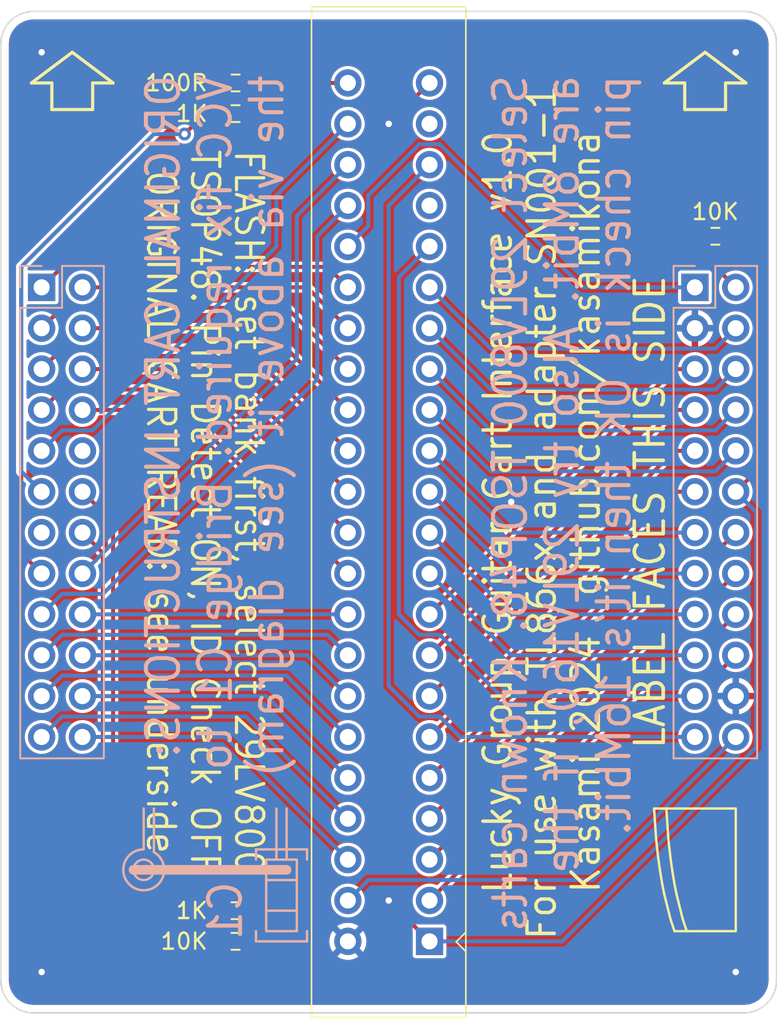
<source format=kicad_pcb>
(kicad_pcb (version 20221018) (generator pcbnew)
  (title_block (rev "1.0"))
  (layers (0 "F.Cu" signal) (31 "B.Cu" signal) (34 "B.Paste" user) (35 "F.Paste" user) (36 "B.SilkS" user "B.Silkscreen") (37 "F.SilkS" user "F.Silkscreen") (38 "B.Mask" user) (39 "F.Mask" user) (44 "Edge.Cuts" user))
  (net 0 "")
  (net 1 "/A15")
  (net 2 "/A14")
  (net 3 "/A13")
  (net 4 "/A12")
  (net 5 "/A11")
  (net 6 "/A10")
  (net 7 "/A9")
  (net 8 "/A8")
  (net 9 "/A19")
  (net 10 "/A20")
  (net 11 "/WE")
  (net 12 "/RESET")
  (net 13 "/A21")
  (net 14 "/WPACC")
  (net 15 "/RYBY")
  (net 16 "/A18")
  (net 17 "/A17")
  (net 18 "/A7")
  (net 19 "/A6")
  (net 20 "/A5")
  (net 21 "/A4")
  (net 22 "/A3")
  (net 23 "/A2")
  (net 24 "/A1")
  (net 25 "/A16")
  (net 26 "/BYTE")
  (net 27 "/GND")
  (net 28 "/D15")
  (net 29 "/D7")
  (net 30 "/D14")
  (net 31 "/D6")
  (net 32 "/D13")
  (net 33 "/D5")
  (net 34 "/D12")
  (net 35 "/D4")
  (net 36 "/VCC")
  (net 37 "/D11")
  (net 38 "/D3")
  (net 39 "/D10")
  (net 40 "/D2")
  (net 41 "/D9")
  (net 42 "/D1")
  (net 43 "/D8")
  (net 44 "/D0")
  (net 45 "/OE")
  (net 46 "/CE")
  (net 47 "/A0")
  (net 49 "/F_WE")
  (net 50 "/F_RYBY")
  (footprint "Resistor_SMD:R_0603_1608Metric_Pad0.98x0.95mm_HandSolder" (layer "F.Cu") (at 29.845 73.66)
    (fp_text reference "R4" hide)
    (fp_text value "10K" (at -1.651 0 180) (layer "F.SilkS") (effects (justify right)))
    (fp_line (start -0.254724 -0.5225) (end 0.254724 -0.5225) (stroke (width 0.12)) (layer "F.SilkS"))
    (fp_line (start -0.254724 0.5225) (end 0.254724 0.5225) (stroke (width 0.12)) (layer "F.SilkS"))
    (pad "1" smd roundrect (at -0.9125 0) (size 0.975 0.95) (layers "F.Cu" "F.Paste" "F.Mask") (net 14 "/WPACC"))
    (pad "2" smd roundrect (at 0.9125 0) (size 0.975 0.95) (layers "F.Cu" "F.Paste" "F.Mask") (net 27 "/GND"))
  )
  (footprint "CartParts:TE_Standard-Edge-II_44P" (layer "F.Cu") (at 39.37 46.99 90)
    (fp_text reference "J3" hide)
    (fp_text value "EdgeConn")
    (fp_line (start -27.3 4.8) (end -26.7 4.2) (stroke (width 0.1)) (layer "F.SilkS"))
    (fp_line (start -26.7 4.2) (end -26.1 4.8) (stroke (width 0.1)) (layer "F.SilkS"))
    (fp_rect (start -31.4 -4.8) (end 31.4 4.8) (stroke (width 0.1)) (fill none) (layer "F.SilkS"))
    (pad "1" thru_hole rect (at -26.67 2.54 90) (size 1.7 1.7) (drill 1) (layers "*.Cu" "*.Mask") (net 36 "/VCC"))
    (pad "2" thru_hole circle (at -26.67 -2.54 90) (size 1.7 1.7) (drill 1) (layers "*.Cu" "*.Mask") (net 27 "/GND"))
    (pad "3" thru_hole circle (at -24.13 2.54 90) (size 1.7 1.7) (drill 1) (layers "*.Cu" "*.Mask") (net 44 "/D0"))
    (pad "4" thru_hole circle (at -24.13 -2.54 90) (size 1.7 1.7) (drill 1) (layers "*.Cu" "*.Mask") (net 47 "/A0"))
    (pad "5" thru_hole circle (at -21.59 2.54 90) (size 1.7 1.7) (drill 1) (layers "*.Cu" "*.Mask") (net 42 "/D1"))
    (pad "6" thru_hole circle (at -21.59 -2.54 90) (size 1.7 1.7) (drill 1) (layers "*.Cu" "*.Mask") (net 24 "/A1"))
    (pad "7" thru_hole circle (at -19.05 2.54 90) (size 1.7 1.7) (drill 1) (layers "*.Cu" "*.Mask") (net 40 "/D2"))
    (pad "8" thru_hole circle (at -19.05 -2.54 90) (size 1.7 1.7) (drill 1) (layers "*.Cu" "*.Mask") (net 23 "/A2"))
    (pad "9" thru_hole circle (at -16.51 2.54 90) (size 1.7 1.7) (drill 1) (layers "*.Cu" "*.Mask") (net 38 "/D3"))
    (pad "10" thru_hole circle (at -16.51 -2.54 90) (size 1.7 1.7) (drill 1) (layers "*.Cu" "*.Mask") (net 22 "/A3"))
    (pad "11" thru_hole circle (at -13.97 2.54 90) (size 1.7 1.7) (drill 1) (layers "*.Cu" "*.Mask") (net 35 "/D4"))
    (pad "12" thru_hole circle (at -13.97 -2.54 90) (size 1.7 1.7) (drill 1) (layers "*.Cu" "*.Mask") (net 21 "/A4"))
    (pad "13" thru_hole circle (at -11.43 2.54 90) (size 1.7 1.7) (drill 1) (layers "*.Cu" "*.Mask") (net 33 "/D5"))
    (pad "14" thru_hole circle (at -11.43 -2.54 90) (size 1.7 1.7) (drill 1) (layers "*.Cu" "*.Mask") (net 20 "/A5"))
    (pad "15" thru_hole circle (at -8.89 2.54 90) (size 1.7 1.7) (drill 1) (layers "*.Cu" "*.Mask") (net 31 "/D6"))
    (pad "16" thru_hole circle (at -8.89 -2.54 90) (size 1.7 1.7) (drill 1) (layers "*.Cu" "*.Mask") (net 19 "/A6"))
    (pad "17" thru_hole circle (at -6.35 2.54 90) (size 1.7 1.7) (drill 1) (layers "*.Cu" "*.Mask") (net 29 "/D7"))
    (pad "18" thru_hole circle (at -6.35 -2.54 90) (size 1.7 1.7) (drill 1) (layers "*.Cu" "*.Mask") (net 18 "/A7"))
    (pad "19" thru_hole circle (at -3.81 2.54 90) (size 1.7 1.7) (drill 1) (layers "*.Cu" "*.Mask") (net 43 "/D8"))
    (pad "20" thru_hole circle (at -3.81 -2.54 90) (size 1.7 1.7) (drill 1) (layers "*.Cu" "*.Mask") (net 8 "/A8"))
    (pad "21" thru_hole circle (at -1.27 2.54 90) (size 1.7 1.7) (drill 1) (layers "*.Cu" "*.Mask") (net 41 "/D9"))
    (pad "22" thru_hole circle (at -1.27 -2.54 90) (size 1.7 1.7) (drill 1) (layers "*.Cu" "*.Mask") (net 7 "/A9"))
    (pad "23" thru_hole circle (at 1.27 2.54 90) (size 1.7 1.7) (drill 1) (layers "*.Cu" "*.Mask") (net 39 "/D10"))
    (pad "24" thru_hole circle (at 1.27 -2.54 90) (size 1.7 1.7) (drill 1) (layers "*.Cu" "*.Mask") (net 6 "/A10"))
    (pad "25" thru_hole circle (at 3.81 2.54 90) (size 1.7 1.7) (drill 1) (layers "*.Cu" "*.Mask") (net 37 "/D11"))
    (pad "26" thru_hole circle (at 3.81 -2.54 90) (size 1.7 1.7) (drill 1) (layers "*.Cu" "*.Mask") (net 5 "/A11"))
    (pad "27" thru_hole circle (at 6.35 2.54 90) (size 1.7 1.7) (drill 1) (layers "*.Cu" "*.Mask") (net 34 "/D12"))
    (pad "28" thru_hole circle (at 6.35 -2.54 90) (size 1.7 1.7) (drill 1) (layers "*.Cu" "*.Mask") (net 4 "/A12"))
    (pad "29" thru_hole circle (at 8.89 2.54 90) (size 1.7 1.7) (drill 1) (layers "*.Cu" "*.Mask") (net 32 "/D13"))
    (pad "30" thru_hole circle (at 8.89 -2.54 90) (size 1.7 1.7) (drill 1) (layers "*.Cu" "*.Mask") (net 3 "/A13"))
    (pad "31" thru_hole circle (at 11.43 2.54 90) (size 1.7 1.7) (drill 1) (layers "*.Cu" "*.Mask") (net 30 "/D14"))
    (pad "32" thru_hole circle (at 11.43 -2.54 90) (size 1.7 1.7) (drill 1) (layers "*.Cu" "*.Mask") (net 2 "/A14"))
    (pad "33" thru_hole circle (at 13.97 2.54 90) (size 1.7 1.7) (drill 1) (layers "*.Cu" "*.Mask") (net 28 "/D15"))
    (pad "34" thru_hole circle (at 13.97 -2.54 90) (size 1.7 1.7) (drill 1) (layers "*.Cu" "*.Mask") (net 1 "/A15"))
    (pad "35" thru_hole circle (at 16.51 2.54 90) (size 1.7 1.7) (drill 1) (layers "*.Cu" "*.Mask") (net 45 "/OE"))
    (pad "36" thru_hole circle (at 16.51 -2.54 90) (size 1.7 1.7) (drill 1) (layers "*.Cu" "*.Mask") (net 25 "/A16"))
    (pad "37" thru_hole circle (at 19.05 2.54 90) (size 1.7 1.7) (drill 1) (layers "*.Cu" "*.Mask"))
    (pad "38" thru_hole circle (at 19.05 -2.54 90) (size 1.7 1.7) (drill 1) (layers "*.Cu" "*.Mask") (net 17 "/A17"))
    (pad "39" thru_hole circle (at 21.59 2.54 90) (size 1.7 1.7) (drill 1) (layers "*.Cu" "*.Mask") (net 46 "/CE"))
    (pad "40" thru_hole circle (at 21.59 -2.54 90) (size 1.7 1.7) (drill 1) (layers "*.Cu" "*.Mask") (net 16 "/A18"))
    (pad "41" thru_hole circle (at 24.13 2.54 90) (size 1.7 1.7) (drill 1) (layers "*.Cu" "*.Mask"))
    (pad "42" thru_hole circle (at 24.13 -2.54 90) (size 1.7 1.7) (drill 1) (layers "*.Cu" "*.Mask") (net 9 "/A19"))
    (pad "43" thru_hole circle (at 26.67 2.54 90) (size 1.7 1.7) (drill 1) (layers "*.Cu" "*.Mask") (net 49 "/F_WE"))
    (pad "44" thru_hole circle (at 26.67 -2.54 90) (size 1.7 1.7) (drill 1) (layers "*.Cu" "*.Mask") (net 50 "/F_RYBY"))
  )
  (footprint "Resistor_SMD:R_0603_1608Metric_Pad0.98x0.95mm_HandSolder" (layer "F.Cu") (at 29.845 22.225)
    (fp_text reference "R2" hide)
    (fp_text value "1K" (at -1.651 0) (layer "F.SilkS") (effects (justify right)))
    (fp_line (start -0.254724 -0.5225) (end 0.254724 -0.5225) (stroke (width 0.12)) (layer "F.SilkS"))
    (fp_line (start -0.254724 0.5225) (end 0.254724 0.5225) (stroke (width 0.12)) (layer "F.SilkS"))
    (pad "1" smd roundrect (at -0.9125 0) (size 0.975 0.95) (layers "F.Cu" "F.Paste" "F.Mask") (net 11 "/WE"))
    (pad "2" smd roundrect (at 0.9125 0) (size 0.975 0.95) (layers "F.Cu" "F.Paste" "F.Mask") (net 49 "/F_WE"))
  )
  (footprint "Resistor_SMD:R_0603_1608Metric_Pad0.98x0.95mm_HandSolder" (layer "F.Cu") (at 29.845 71.755)
    (fp_text reference "R3" hide)
    (fp_text value "1K" (at -1.651 0) (layer "F.SilkS") (effects (justify right)))
    (fp_line (start -0.254724 -0.5225) (end 0.254724 -0.5225) (stroke (width 0.12)) (layer "F.SilkS"))
    (fp_line (start -0.254724 0.5225) (end 0.254724 0.5225) (stroke (width 0.12)) (layer "F.SilkS"))
    (pad "1" smd roundrect (at -0.9125 0) (size 0.975 0.95) (layers "F.Cu" "F.Paste" "F.Mask") (net 12 "/RESET"))
    (pad "2" smd roundrect (at 0.9125 0) (size 0.975 0.95) (layers "F.Cu" "F.Paste" "F.Mask") (net 36 "/VCC"))
  )
  (footprint "Resistor_SMD:R_0603_1608Metric_Pad0.98x0.95mm_HandSolder" (layer "F.Cu") (at 59.69 29.845)
    (fp_text reference "R5" hide)
    (fp_text value "10K" (at 0 -1.524) (layer "F.SilkS"))
    (fp_line (start -0.254724 -0.5225) (end 0.254724 -0.5225) (stroke (width 0.12)) (layer "F.SilkS"))
    (fp_line (start -0.254724 0.5225) (end 0.254724 0.5225) (stroke (width 0.12)) (layer "F.SilkS"))
    (pad "1" smd roundrect (at -0.9125 0) (size 0.975 0.95) (layers "F.Cu" "F.Paste" "F.Mask") (net 26 "/BYTE"))
    (pad "2" smd roundrect (at 0.9125 0) (size 0.975 0.95) (layers "F.Cu" "F.Paste" "F.Mask") (net 36 "/VCC"))
  )
  (footprint "Resistor_SMD:R_0603_1608Metric_Pad0.98x0.95mm_HandSolder" (layer "F.Cu") (at 29.845 20.32)
    (fp_text reference "R1" hide)
    (fp_text value "100R" (at -1.651 0) (layer "F.SilkS") (effects (justify right)))
    (fp_line (start -0.254724 -0.5225) (end 0.254724 -0.5225) (stroke (width 0.12)) (layer "F.SilkS"))
    (fp_line (start -0.254724 0.5225) (end 0.254724 0.5225) (stroke (width 0.12)) (layer "F.SilkS"))
    (pad "1" smd roundrect (at -0.9125 0) (size 0.975 0.95) (layers "F.Cu" "F.Paste" "F.Mask") (net 15 "/RYBY"))
    (pad "2" smd roundrect (at 0.9125 0) (size 0.975 0.95) (layers "F.Cu" "F.Paste" "F.Mask") (net 50 "/F_RYBY"))
  )
  (footprint "Connector_PinSocket_2.54mm:PinSocket_2x12_P2.54mm_Vertical" (layer "B.Cu") (at 58.42 33.02 180)
    (fp_text reference "J2" hide)
    (fp_text value "SN001-R")
    (fp_line (start -3.87 -29.27) (end 1.33 -29.27) (stroke (width 0.12)) (layer "B.SilkS"))
    (fp_line (start -3.87 1.33) (end -3.87 -29.27) (stroke (width 0.12)) (layer "B.SilkS"))
    (fp_line (start -3.87 1.33) (end -1.27 1.33) (stroke (width 0.12)) (layer "B.SilkS"))
    (fp_line (start -1.27 -1.27) (end 1.33 -1.27) (stroke (width 0.12)) (layer "B.SilkS"))
    (fp_line (start -1.27 1.33) (end -1.27 -1.27) (stroke (width 0.12)) (layer "B.SilkS"))
    (fp_line (start 0 1.33) (end 1.33 1.33) (stroke (width 0.12)) (layer "B.SilkS"))
    (fp_line (start 1.33 -1.27) (end 1.33 -29.27) (stroke (width 0.12)) (layer "B.SilkS"))
    (fp_line (start 1.33 1.33) (end 1.33 0) (stroke (width 0.12)) (layer "B.SilkS"))
    (pad "1" thru_hole rect (at 0 0 180) (size 1.7 1.7) (drill 1) (layers "*.Cu" "*.Mask") (net 25 "/A16"))
    (pad "2" thru_hole oval (at -2.54 0 180) (size 1.7 1.7) (drill 1) (layers "*.Cu" "*.Mask") (net 26 "/BYTE"))
    (pad "3" thru_hole oval (at 0 -2.54 180) (size 1.7 1.7) (drill 1) (layers "*.Cu" "*.Mask") (net 27 "/GND"))
    (pad "4" thru_hole oval (at -2.54 -2.54 180) (size 1.7 1.7) (drill 1) (layers "*.Cu" "*.Mask") (net 28 "/D15"))
    (pad "5" thru_hole oval (at 0 -5.08 180) (size 1.7 1.7) (drill 1) (layers "*.Cu" "*.Mask") (net 29 "/D7"))
    (pad "6" thru_hole oval (at -2.54 -5.08 180) (size 1.7 1.7) (drill 1) (layers "*.Cu" "*.Mask") (net 30 "/D14"))
    (pad "7" thru_hole oval (at 0 -7.62 180) (size 1.7 1.7) (drill 1) (layers "*.Cu" "*.Mask") (net 31 "/D6"))
    (pad "8" thru_hole oval (at -2.54 -7.62 180) (size 1.7 1.7) (drill 1) (layers "*.Cu" "*.Mask") (net 32 "/D13"))
    (pad "9" thru_hole oval (at 0 -10.16 180) (size 1.7 1.7) (drill 1) (layers "*.Cu" "*.Mask") (net 33 "/D5"))
    (pad "10" thru_hole oval (at -2.54 -10.16 180) (size 1.7 1.7) (drill 1) (layers "*.Cu" "*.Mask") (net 34 "/D12"))
    (pad "11" thru_hole oval (at 0 -12.7 180) (size 1.7 1.7) (drill 1) (layers "*.Cu" "*.Mask") (net 35 "/D4"))
    (pad "12" thru_hole oval (at -2.54 -12.7 180) (size 1.7 1.7) (drill 1) (layers "*.Cu" "*.Mask") (net 36 "/VCC"))
    (pad "13" thru_hole oval (at 0 -15.24 180) (size 1.7 1.7) (drill 1) (layers "*.Cu" "*.Mask") (net 37 "/D11"))
    (pad "14" thru_hole oval (at -2.54 -15.24 180) (size 1.7 1.7) (drill 1) (layers "*.Cu" "*.Mask") (net 38 "/D3"))
    (pad "15" thru_hole oval (at 0 -17.78 180) (size 1.7 1.7) (drill 1) (layers "*.Cu" "*.Mask") (net 39 "/D10"))
    (pad "16" thru_hole oval (at -2.54 -17.78 180) (size 1.7 1.7) (drill 1) (layers "*.Cu" "*.Mask") (net 40 "/D2"))
    (pad "17" thru_hole oval (at 0 -20.32 180) (size 1.7 1.7) (drill 1) (layers "*.Cu" "*.Mask") (net 41 "/D9"))
    (pad "18" thru_hole oval (at -2.54 -20.32 180) (size 1.7 1.7) (drill 1) (layers "*.Cu" "*.Mask") (net 42 "/D1"))
    (pad "19" thru_hole oval (at 0 -22.86 180) (size 1.7 1.7) (drill 1) (layers "*.Cu" "*.Mask") (net 43 "/D8"))
    (pad "20" thru_hole oval (at -2.54 -22.86 180) (size 1.7 1.7) (drill 1) (layers "*.Cu" "*.Mask") (net 44 "/D0"))
    (pad "21" thru_hole oval (at 0 -25.4 180) (size 1.7 1.7) (drill 1) (layers "*.Cu" "*.Mask") (net 45 "/OE"))
    (pad "22" thru_hole oval (at -2.54 -25.4 180) (size 1.7 1.7) (drill 1) (layers "*.Cu" "*.Mask") (net 27 "/GND"))
    (pad "23" thru_hole oval (at 0 -27.94 180) (size 1.7 1.7) (drill 1) (layers "*.Cu" "*.Mask") (net 46 "/CE"))
    (pad "24" thru_hole oval (at -2.54 -27.94 180) (size 1.7 1.7) (drill 1) (layers "*.Cu" "*.Mask") (net 47 "/A0"))
  )
  (footprint "Connector_PinSocket_2.54mm:PinSocket_2x12_P2.54mm_Vertical" (layer "B.Cu") (at 17.78 33.02 180)
    (fp_text reference "J1" hide)
    (fp_text value "SN001-L")
    (fp_line (start -3.87 -29.27) (end 1.33 -29.27) (stroke (width 0.12)) (layer "B.SilkS"))
    (fp_line (start -3.87 1.33) (end -3.87 -29.27) (stroke (width 0.12)) (layer "B.SilkS"))
    (fp_line (start -3.87 1.33) (end -1.27 1.33) (stroke (width 0.12)) (layer "B.SilkS"))
    (fp_line (start -1.27 -1.27) (end 1.33 -1.27) (stroke (width 0.12)) (layer "B.SilkS"))
    (fp_line (start -1.27 1.33) (end -1.27 -1.27) (stroke (width 0.12)) (layer "B.SilkS"))
    (fp_line (start 0 1.33) (end 1.33 1.33) (stroke (width 0.12)) (layer "B.SilkS"))
    (fp_line (start 1.33 -1.27) (end 1.33 -29.27) (stroke (width 0.12)) (layer "B.SilkS"))
    (fp_line (start 1.33 1.33) (end 1.33 0) (stroke (width 0.12)) (layer "B.SilkS"))
    (pad "1" thru_hole rect (at 0 0 180) (size 1.7 1.7) (drill 1) (layers "*.Cu" "*.Mask") (net 1 "/A15"))
    (pad "2" thru_hole oval (at -2.54 0 180) (size 1.7 1.7) (drill 1) (layers "*.Cu" "*.Mask") (net 2 "/A14"))
    (pad "3" thru_hole oval (at 0 -2.54 180) (size 1.7 1.7) (drill 1) (layers "*.Cu" "*.Mask") (net 3 "/A13"))
    (pad "4" thru_hole oval (at -2.54 -2.54 180) (size 1.7 1.7) (drill 1) (layers "*.Cu" "*.Mask") (net 4 "/A12"))
    (pad "5" thru_hole oval (at 0 -5.08 180) (size 1.7 1.7) (drill 1) (layers "*.Cu" "*.Mask") (net 5 "/A11"))
    (pad "6" thru_hole oval (at -2.54 -5.08 180) (size 1.7 1.7) (drill 1) (layers "*.Cu" "*.Mask") (net 6 "/A10"))
    (pad "7" thru_hole oval (at 0 -7.62 180) (size 1.7 1.7) (drill 1) (layers "*.Cu" "*.Mask") (net 7 "/A9"))
    (pad "8" thru_hole oval (at -2.54 -7.62 180) (size 1.7 1.7) (drill 1) (layers "*.Cu" "*.Mask") (net 8 "/A8"))
    (pad "9" thru_hole oval (at 0 -10.16 180) (size 1.7 1.7) (drill 1) (layers "*.Cu" "*.Mask") (net 9 "/A19"))
    (pad "10" thru_hole oval (at -2.54 -10.16 180) (size 1.7 1.7) (drill 1) (layers "*.Cu" "*.Mask") (net 10 "/A20"))
    (pad "11" thru_hole oval (at 0 -12.7 180) (size 1.7 1.7) (drill 1) (layers "*.Cu" "*.Mask") (net 11 "/WE"))
    (pad "12" thru_hole oval (at -2.54 -12.7 180) (size 1.7 1.7) (drill 1) (layers "*.Cu" "*.Mask") (net 12 "/RESET"))
    (pad "13" thru_hole oval (at 0 -15.24 180) (size 1.7 1.7) (drill 1) (layers "*.Cu" "*.Mask") (net 13 "/A21"))
    (pad "14" thru_hole oval (at -2.54 -15.24 180) (size 1.7 1.7) (drill 1) (layers "*.Cu" "*.Mask") (net 14 "/WPACC"))
    (pad "15" thru_hole oval (at 0 -17.78 180) (size 1.7 1.7) (drill 1) (layers "*.Cu" "*.Mask") (net 15 "/RYBY"))
    (pad "16" thru_hole oval (at -2.54 -17.78 180) (size 1.7 1.7) (drill 1) (layers "*.Cu" "*.Mask") (net 16 "/A18"))
    (pad "17" thru_hole oval (at 0 -20.32 180) (size 1.7 1.7) (drill 1) (layers "*.Cu" "*.Mask") (net 17 "/A17"))
    (pad "18" thru_hole oval (at -2.54 -20.32 180) (size 1.7 1.7) (drill 1) (layers "*.Cu" "*.Mask") (net 18 "/A7"))
    (pad "19" thru_hole oval (at 0 -22.86 180) (size 1.7 1.7) (drill 1) (layers "*.Cu" "*.Mask") (net 19 "/A6"))
    (pad "20" thru_hole oval (at -2.54 -22.86 180) (size 1.7 1.7) (drill 1) (layers "*.Cu" "*.Mask") (net 20 "/A5"))
    (pad "21" thru_hole oval (at 0 -25.4 180) (size 1.7 1.7) (drill 1) (layers "*.Cu" "*.Mask") (net 21 "/A4"))
    (pad "22" thru_hole oval (at -2.54 -25.4 180) (size 1.7 1.7) (drill 1) (layers "*.Cu" "*.Mask") (net 22 "/A3"))
    (pad "23" thru_hole oval (at 0 -27.94 180) (size 1.7 1.7) (drill 1) (layers "*.Cu" "*.Mask") (net 23 "/A2"))
    (pad "24" thru_hole oval (at -2.54 -27.94 180) (size 1.7 1.7) (drill 1) (layers "*.Cu" "*.Mask") (net 24 "/A1"))
  )
  (gr_line (start 32.385 65.405) (end 32.385 68.58) (stroke (width 0.15)) (layer "B.SilkS"))
  (gr_arc (start 24.757392 68.11079) (mid 23.805536 70.442853) (end 24.13 67.945) (stroke (width 0.15)) (layer "B.SilkS"))
  (gr_circle (center 24.13 69.215) (end 24.13 69.85) (stroke (width 0.15)) (fill none) (layer "B.SilkS"))
  (gr_line (start 31.75 73.025) (end 33.655 73.025) (stroke (width 0.15)) (layer "B.SilkS"))
  (gr_line (start 31.115 67.945) (end 31.115 68.58) (stroke (width 0.15)) (layer "B.SilkS"))
  (gr_line (start 31.75 73.025) (end 31.75 68.58) (stroke (width 0.15)) (layer "B.SilkS"))
  (gr_line (start 34.29 73.025) (end 34.29 73.66) (stroke (width 0.15)) (layer "B.SilkS"))
  (gr_line (start 34.29 67.945) (end 31.115 67.945) (stroke (width 0.15)) (layer "B.SilkS"))
  (gr_line (start 33.655 73.025) (end 33.655 68.58) (stroke (width 0.15)) (layer "B.SilkS"))
  (gr_line (start 34.29 68.58) (end 34.29 67.945) (stroke (width 0.15)) (layer "B.SilkS"))
  (gr_line (start 31.115 73.66) (end 31.115 73.025) (stroke (width 0.15)) (layer "B.SilkS"))
  (gr_line (start 24.13 67.945) (end 24.13 65.405) (stroke (width 0.15)) (layer "B.SilkS"))
  (gr_line (start 23.495 69.215) (end 33.02 69.215) (stroke (width 0.6)) (layer "B.SilkS"))
  (gr_line (start 31.75 68.58) (end 33.655 68.58) (stroke (width 0.15)) (layer "B.SilkS"))
  (gr_line (start 24.765 68.0974) (end 24.765 65.405) (stroke (width 0.15)) (layer "B.SilkS"))
  (gr_line (start 34.29 73.66) (end 31.115 73.66) (stroke (width 0.15)) (layer "B.SilkS"))
  (gr_line (start 33.655 71.755) (end 31.75 71.755) (stroke (width 0.15)) (layer "B.SilkS"))
  (gr_line (start 33.02 65.405) (end 33.02 68.58) (stroke (width 0.15)) (layer "B.SilkS"))
  (gr_line (start 33.655 69.85) (end 31.75 69.85) (stroke (width 0.15)) (layer "B.SilkS"))
  (gr_line (start 18.415 20.32) (end 18.415 21.971) (stroke (width 0.2)) (layer "F.SilkS"))
  (gr_line (start 61.595 20.32) (end 59.055 18.415) (stroke (width 0.2)) (layer "F.SilkS"))
  (gr_line (start 60.96 73.025) (end 60.96 65.405) (stroke (width 0.15)) (layer "F.SilkS"))
  (gr_line (start 56.895999 68.453) (end 56.768999 67.31) (stroke (width 0.15)) (layer "F.SilkS"))
  (gr_line (start 57.785 20.32) (end 57.785 21.971) (stroke (width 0.2)) (layer "F.SilkS"))
  (gr_line (start 60.96 65.405) (end 55.88 65.405) (stroke (width 0.15)) (layer "F.SilkS"))
  (gr_line (start 57.912 73.025) (end 57.657999 72.263) (stroke (width 0.15)) (layer "F.SilkS"))
  (gr_line (start 19.685 18.415) (end 17.145 20.32) (stroke (width 0.2)) (layer "F.SilkS"))
  (gr_line (start 56.515 20.32) (end 57.785 20.32) (stroke (width 0.2)) (layer "F.SilkS"))
  (gr_line (start 22.225 20.32) (end 19.685 18.415) (stroke (width 0.2)) (layer "F.SilkS"))
  (gr_line (start 20.955 20.32) (end 22.225 20.32) (stroke (width 0.2)) (layer "F.SilkS"))
  (gr_line (start 56.007 67.31) (end 55.88 65.405) (stroke (width 0.15)) (layer "F.SilkS"))
  (gr_line (start 57.149999 70.104) (end 57.022999 69.342) (stroke (width 0.15)) (layer "F.SilkS"))
  (gr_line (start 20.955 21.971) (end 18.415 21.971) (stroke (width 0.2)) (layer "F.SilkS"))
  (gr_line (start 20.955 20.32) (end 20.955 21.971) (stroke (width 0.2)) (layer "F.SilkS"))
  (gr_line (start 60.325 20.32) (end 60.325 21.971) (stroke (width 0.2)) (layer "F.SilkS"))
  (gr_line (start 56.896 72.263) (end 56.515 70.739) (stroke (width 0.15)) (layer "F.SilkS"))
  (gr_line (start 56.388 70.104) (end 56.261 69.342) (stroke (width 0.15)) (layer "F.SilkS"))
  (gr_line (start 56.261 69.342) (end 56.134 68.453) (stroke (width 0.15)) (layer "F.SilkS"))
  (gr_line (start 57.657999 72.263) (end 57.276999 70.739) (stroke (width 0.15)) (layer "F.SilkS"))
  (gr_line (start 17.145 20.32) (end 18.415 20.32) (stroke (width 0.2)) (layer "F.SilkS"))
  (gr_line (start 57.022999 69.342) (end 56.895999 68.453) (stroke (width 0.15)) (layer "F.SilkS"))
  (gr_line (start 57.150001 73.025) (end 56.896 72.263) (stroke (width 0.15)) (layer "F.SilkS"))
  (gr_line (start 56.134 68.453) (end 56.007 67.31) (stroke (width 0.15)) (layer "F.SilkS"))
  (gr_line (start 59.055 18.415) (end 56.515 20.32) (stroke (width 0.2)) (layer "F.SilkS"))
  (gr_line (start 60.325 21.971) (end 57.785 21.971) (stroke (width 0.2)) (layer "F.SilkS"))
  (gr_line (start 60.325 20.32) (end 61.595 20.32) (stroke (width 0.2)) (layer "F.SilkS"))
  (gr_line (start 57.276999 70.739) (end 57.149999 70.104) (stroke (width 0.15)) (layer "F.SilkS"))
  (gr_line (start 56.768999 67.31) (end 56.641999 65.405) (stroke (width 0.15)) (layer "F.SilkS"))
  (gr_line (start 57.15 73.025) (end 60.96 73.025) (stroke (width 0.15)) (layer "F.SilkS"))
  (gr_line (start 56.515 70.739) (end 56.388 70.104) (stroke (width 0.15)) (layer "F.SilkS"))
  (gr_line (start 15.24 76.073) (end 15.24 17.907) (stroke (width 0.1)) (layer "Edge.Cuts"))
  (gr_arc (start 61.468 15.875) (mid 62.904841 16.470159) (end 63.5 17.907) (stroke (width 0.1)) (layer "Edge.Cuts"))
  (gr_line (start 17.272 15.875) (end 61.468 15.875) (stroke (width 0.1)) (layer "Edge.Cuts"))
  (gr_arc (start 15.24 17.907) (mid 15.835159 16.470159) (end 17.272 15.875) (stroke (width 0.1)) (layer "Edge.Cuts"))
  (gr_arc (start 17.272 78.105) (mid 15.835159 77.509841) (end 15.24 76.073) (stroke (width 0.1)) (layer "Edge.Cuts"))
  (gr_arc (start 63.5 76.073) (mid 62.904841 77.509841) (end 61.468 78.105) (stroke (width 0.1)) (layer "Edge.Cuts"))
  (gr_line (start 61.468 78.105) (end 17.272 78.105) (stroke (width 0.1)) (layer "Edge.Cuts"))
  (gr_line (start 63.5 17.907) (end 63.5 76.073) (stroke (width 0.1)) (layer "Edge.Cuts"))
  (gr_text "Select 29LV800 TSOP48. Known carts\nare 8Mbit. Also try 29LV160, if the\npin check is OK then it's 16Mbit." (at 50.165 19.685 90) (layer "B.SilkS") (effects (font (size 2 1.85) (thickness 0.25)) (justify left mirror)))
  (gr_text "C1" (at 29.21 71.755 90) (layer "B.SilkS") (effects (font (size 2 1.85) (thickness 0.25)) (justify mirror)))
  (gr_text "ORIGINAL CART INSTRUCTIONS:\nVCC fix required. Bridge C1 to\nthe via above it (see diagram)" (at 28.575 19.685 90) (layer "B.SilkS") (effects (font (size 2 1.85) (thickness 0.25)) (justify left mirror)))
  (gr_text "Lucky Group Guitar Cart Interface v${REVISION}\nFor use with TL866x and adapter SN001-1\nKasami 2024  github.com/kasamikona" (at 48.895 46.99 90) (layer "F.SilkS") (effects (font (size 1.7 1.6) (thickness 0.213))))
  (gr_text "FLASH: set bank first, select 29LV800\nTSOP48. Pin Detect ON, ID Check OFF\nORIGINAL CART READ: see underside" (at 27.94 46.99 270) (layer "F.SilkS") (effects (font (size 1.7 1.55) (thickness 0.2))))
  (gr_text "LABEL FACES THIS SIDE" (at 55.626 46.99 90) (layer "F.SilkS") (effects (font (size 1.8 1.65) (thickness 0.225))))
  (segment (start 19.05 31.75) (end 35.56 31.75) (width 0.25) (layer "F.Cu") (net 1))
  (segment (start 35.56 31.75) (end 36.83 33.02) (width 0.25) (layer "F.Cu") (net 1))
  (segment (start 17.78 33.02) (end 19.05 31.75) (width 0.25) (layer "F.Cu") (net 1))
  (segment (start 34.29 33.02) (end 36.83 35.56) (width 0.25) (layer "F.Cu") (net 2))
  (segment (start 20.32 33.02) (end 34.29 33.02) (width 0.25) (layer "F.Cu") (net 2))
  (segment (start 33.02 34.29) (end 36.83 38.1) (width 0.25) (layer "F.Cu") (net 3))
  (segment (start 19.05 34.29) (end 33.02 34.29) (width 0.25) (layer "F.Cu") (net 3))
  (segment (start 17.78 35.56) (end 19.05 34.29) (width 0.25) (layer "F.Cu") (net 3))
  (segment (start 31.75 35.56) (end 36.83 40.64) (width 0.25) (layer "F.Cu") (net 4))
  (segment (start 20.32 35.56) (end 31.75 35.56) (width 0.25) (layer "F.Cu") (net 4))
  (segment (start 19.05 36.83) (end 30.48 36.83) (width 0.25) (layer "F.Cu") (net 5))
  (segment (start 30.48 36.83) (end 36.83 43.18) (width 0.25) (layer "F.Cu") (net 5))
  (segment (start 17.78 38.1) (end 19.05 36.83) (width 0.25) (layer "F.Cu") (net 5))
  (segment (start 20.32 38.1) (end 29.21 38.1) (width 0.25) (layer "F.Cu") (net 6))
  (segment (start 29.21 38.1) (end 36.83 45.72) (width 0.25) (layer "F.Cu") (net 6))
  (segment (start 19.05 39.37) (end 27.94 39.37) (width 0.25) (layer "F.Cu") (net 7))
  (segment (start 27.94 39.37) (end 36.83 48.26) (width 0.25) (layer "F.Cu") (net 7))
  (segment (start 17.78 40.64) (end 19.05 39.37) (width 0.25) (layer "F.Cu") (net 7))
  (segment (start 36.83 50.8) (end 26.67 40.64) (width 0.25) (layer "F.Cu") (net 8))
  (segment (start 26.67 40.64) (end 20.32 40.64) (width 0.25) (layer "F.Cu") (net 8))
  (segment (start 19.05 41.91) (end 20.955 41.91) (width 0.25) (layer "B.Cu") (net 9))
  (segment (start 32.385 30.48) (end 32.385 27.305) (width 0.25) (layer "B.Cu") (net 9))
  (segment (start 32.385 27.305) (end 36.83 22.86) (width 0.25) (layer "B.Cu") (net 9))
  (segment (start 17.78 43.18) (end 19.05 41.91) (width 0.25) (layer "B.Cu") (net 9))
  (segment (start 20.955 41.91) (end 32.385 30.48) (width 0.25) (layer "B.Cu") (net 9))
  (segment (start 27.94 22.225) (end 28.9325 22.225) (width 0.25) (layer "F.Cu") (net 11))
  (segment (start 26.67 23.495) (end 27.94 22.225) (width 0.25) (layer "F.Cu") (net 11))
  (via (at 26.67 23.495) (size 0.8) (drill 0.4) (layers "F.Cu" "B.Cu") (net 11))
  (segment (start 17.78 45.72) (end 16.51 44.45) (width 0.25) (layer "B.Cu") (net 11))
  (segment (start 16.51 44.45) (end 16.51 31.75) (width 0.25) (layer "B.Cu") (net 11))
  (segment (start 16.51 31.75) (end 24.765 23.495) (width 0.25) (layer "B.Cu") (net 11))
  (segment (start 24.765 23.495) (end 26.67 23.495) (width 0.25) (layer "B.Cu") (net 11))
  (segment (start 22.225 66.04) (end 27.94 71.755) (width 0.25) (layer "F.Cu") (net 12))
  (segment (start 20.32 45.72) (end 22.225 47.625) (width 0.25) (layer "F.Cu") (net 12))
  (segment (start 27.94 71.755) (end 28.9325 71.755) (width 0.25) (layer "F.Cu") (net 12))
  (segment (start 22.225 47.625) (end 22.225 66.04) (width 0.25) (layer "F.Cu") (net 12))
  (segment (start 21.59 67.31) (end 27.94 73.66) (width 0.25) (layer "F.Cu") (net 14))
  (segment (start 27.94 73.66) (end 28.9325 73.66) (width 0.25) (layer "F.Cu") (net 14))
  (segment (start 21.59 49.53) (end 21.59 67.31) (width 0.25) (layer "F.Cu") (net 14))
  (segment (start 20.32 48.26) (end 21.59 49.53) (width 0.25) (layer "F.Cu") (net 14))
  (segment (start 28.9325 20.32) (end 27.94 20.32) (width 0.25) (layer "F.Cu") (net 15))
  (segment (start 27.94 20.32) (end 16.51 31.75) (width 0.25) (layer "F.Cu") (net 15))
  (segment (start 16.51 31.75) (end 16.51 49.53) (width 0.25) (layer "F.Cu") (net 15))
  (segment (start 16.51 49.53) (end 17.78 50.8) (width 0.25) (layer "F.Cu") (net 15))
  (segment (start 33.655 37.465) (end 33.655 28.575) (width 0.25) (layer "B.Cu") (net 16))
  (segment (start 20.32 50.8) (end 33.655 37.465) (width 0.25) (layer "B.Cu") (net 16))
  (segment (start 33.655 28.575) (end 36.83 25.4) (width 0.25) (layer "B.Cu") (net 16))
  (segment (start 34.925 38.735) (end 34.925 29.845) (width 0.25) (layer "B.Cu") (net 17))
  (segment (start 34.925 29.845) (end 36.83 27.94) (width 0.25) (layer "B.Cu") (net 17))
  (segment (start 21.59 52.07) (end 34.925 38.735) (width 0.25) (layer "B.Cu") (net 17))
  (segment (start 17.78 53.34) (end 19.05 52.07) (width 0.25) (layer "B.Cu") (net 17))
  (segment (start 19.05 52.07) (end 21.59 52.07) (width 0.25) (layer "B.Cu") (net 17))
  (segment (start 20.32 53.34) (end 36.83 53.34) (width 0.25) (layer "B.Cu") (net 18))
  (segment (start 19.05 54.61) (end 35.56 54.61) (width 0.25) (layer "B.Cu") (net 19))
  (segment (start 35.56 54.61) (end 36.83 55.88) (width 0.25) (layer "B.Cu") (net 19))
  (segment (start 17.78 55.88) (end 19.05 54.61) (width 0.25) (layer "B.Cu") (net 19))
  (segment (start 34.29 55.88) (end 36.83 58.42) (width 0.25) (layer "B.Cu") (net 20))
  (segment (start 20.32 55.88) (end 34.29 55.88) (width 0.25) (layer "B.Cu") (net 20))
  (segment (start 33.02 57.15) (end 36.83 60.96) (width 0.25) (layer "B.Cu") (net 21))
  (segment (start 17.78 58.42) (end 19.05 57.15) (width 0.25) (layer "B.Cu") (net 21))
  (segment (start 19.05 57.15) (end 33.02 57.15) (width 0.25) (layer "B.Cu") (net 21))
  (segment (start 31.75 58.42) (end 36.83 63.5) (width 0.25) (layer "B.Cu") (net 22))
  (segment (start 20.32 58.42) (end 31.75 58.42) (width 0.25) (layer "B.Cu") (net 22))
  (segment (start 17.78 60.96) (end 19.05 59.69) (width 0.25) (layer "B.Cu") (net 23))
  (segment (start 30.48 59.69) (end 36.83 66.04) (width 0.25) (layer "B.Cu") (net 23))
  (segment (start 19.05 59.69) (end 30.48 59.69) (width 0.25) (layer "B.Cu") (net 23))
  (segment (start 29.21 60.96) (end 36.83 68.58) (width 0.25) (layer "B.Cu") (net 24))
  (segment (start 20.32 60.96) (end 29.21 60.96) (width 0.25) (layer "B.Cu") (net 24))
  (segment (start 38.1 27.305) (end 38.1 29.21) (width 0.25) (layer "B.Cu") (net 25))
  (segment (start 38.1 29.21) (end 36.83 30.48) (width 0.25) (layer "B.Cu") (net 25))
  (segment (start 58.42 33.02) (end 51.435 33.02) (width 0.25) (layer "B.Cu") (net 25))
  (segment (start 51.435 33.02) (end 42.545 24.13) (width 0.25) (layer "B.Cu") (net 25))
  (segment (start 42.545 24.13) (end 41.275 24.13) (width 0.25) (layer "B.Cu") (net 25))
  (segment (start 41.275 24.13) (end 38.1 27.305) (width 0.25) (layer "B.Cu") (net 25))
  (segment (start 58.7775 29.845) (end 58.7775 30.8375) (width 0.25) (layer "F.Cu") (net 26))
  (segment (start 58.7775 30.8375) (end 60.96 33.02) (width 0.25) (layer "F.Cu") (net 26))
  (via (at 60.96 75.565) (size 0.8) (drill 0.4) (layers "F.Cu" "B.Cu") (net 27))
  (via (at 39.37 22.86) (size 0.8) (drill 0.4) (layers "F.Cu" "B.Cu") (net 27))
  (via (at 17.78 75.565) (size 0.8) (drill 0.4) (layers "F.Cu" "B.Cu") (net 27))
  (via (at 60.96 18.415) (size 0.8) (drill 0.4) (layers "F.Cu" "B.Cu") (net 27))
  (via (at 17.78 18.415) (size 0.8) (drill 0.4) (layers "F.Cu" "B.Cu") (net 27))
  (via (at 39.37 71.12) (size 0.8) (drill 0.4) (layers "F.Cu" "B.Cu") (net 27))
  (via (at 31.75 47.625) (size 0.8) (drill 0.4) (layers "F.Cu" "B.Cu") (net 27))
  (via (at 46.99 46.355) (size 0.8) (drill 0.4) (layers "F.Cu" "B.Cu") (net 27))
  (segment (start 45.72 36.83) (end 59.69 36.83) (width 0.25) (layer "B.Cu") (net 28))
  (segment (start 41.91 33.02) (end 45.72 36.83) (width 0.25) (layer "B.Cu") (net 28))
  (segment (start 59.69 36.83) (end 60.96 35.56) (width 0.25) (layer "B.Cu") (net 28))
  (segment (start 41.91 53.34) (end 57.15 38.1) (width 0.25) (layer "F.Cu") (net 29))
  (segment (start 57.15 38.1) (end 58.42 38.1) (width 0.25) (layer "F.Cu") (net 29))
  (segment (start 41.91 35.56) (end 45.72 39.37) (width 0.25) (layer "B.Cu") (net 30))
  (segment (start 45.72 39.37) (end 59.69 39.37) (width 0.25) (layer "B.Cu") (net 30))
  (segment (start 59.69 39.37) (end 60.96 38.1) (width 0.25) (layer "B.Cu") (net 30))
  (segment (start 41.91 55.88) (end 57.15 40.64) (width 0.25) (layer "F.Cu") (net 31))
  (segment (start 57.15 40.64) (end 58.42 40.64) (width 0.25) (layer "F.Cu") (net 31))
  (segment (start 45.72 41.91) (end 41.91 38.1) (width 0.25) (layer "B.Cu") (net 32))
  (segment (start 59.69 41.91) (end 45.72 41.91) (width 0.25) (layer "B.Cu") (net 32))
  (segment (start 60.96 40.64) (end 59.69 41.91) (width 0.25) (layer "B.Cu") (net 32))
  (segment (start 57.15 43.18) (end 58.42 43.18) (width 0.25) (layer "F.Cu") (net 33))
  (segment (start 41.91 58.42) (end 57.15 43.18) (width 0.25) (layer "F.Cu") (net 33))
  (segment (start 60.96 43.18) (end 59.69 44.45) (width 0.25) (layer "B.Cu") (net 34))
  (segment (start 45.72 44.45) (end 41.91 40.64) (width 0.25) (layer "B.Cu") (net 34))
  (segment (start 59.69 44.45) (end 45.72 44.45) (width 0.25) (layer "B.Cu") (net 34))
  (segment (start 41.91 60.96) (end 57.15 45.72) (width 0.25) (layer "F.Cu") (net 35))
  (segment (start 57.15 45.72) (end 58.42 45.72) (width 0.25) (layer "F.Cu") (net 35))
  (segment (start 60.6025 30.7575) (end 62.23 32.385) (width 0.25) (layer "F.Cu") (net 36))
  (segment (start 32.385 72.39) (end 31.75 71.755) (width 0.25) (layer "F.Cu") (net 36))
  (segment (start 40.64 72.39) (end 32.385 72.39) (width 0.25) (layer "F.Cu") (net 36))
  (segment (start 62.23 44.45) (end 60.96 45.72) (width 0.25) (layer "F.Cu") (net 36))
  (segment (start 60.6025 29.845) (end 60.6025 30.7575) (width 0.25) (layer "F.Cu") (net 36))
  (segment (start 41.91 73.66) (end 40.64 72.39) (width 0.25) (layer "F.Cu") (net 36))
  (segment (start 62.23 32.385) (end 62.23 44.45) (width 0.25) (layer "F.Cu") (net 36))
  (segment (start 31.75 71.755) (end 30.7575 71.755) (width 0.25) (layer "F.Cu") (net 36))
  (segment (start 62.23 46.99) (end 60.96 45.72) (width 0.25) (layer "B.Cu") (net 36))
  (segment (start 50.165 73.66) (end 62.23 61.595) (width 0.25) (layer "B.Cu") (net 36))
  (segment (start 41.91 73.66) (end 50.165 73.66) (width 0.25) (layer "B.Cu") (net 36))
  (segment (start 62.23 61.595) (end 62.23 46.99) (width 0.25) (layer "B.Cu") (net 36))
  (segment (start 46.99 48.26) (end 41.91 43.18) (width 0.25) (layer "B.Cu") (net 37))
  (segment (start 58.42 48.26) (end 46.99 48.26) (width 0.25) (layer "B.Cu") (net 37))
  (segment (start 60.96 48.26) (end 59.69 49.53) (width 0.25) (layer "F.Cu") (net 38))
  (segment (start 59.69 49.53) (end 55.88 49.53) (width 0.25) (layer "F.Cu") (net 38))
  (segment (start 55.88 49.53) (end 41.91 63.5) (width 0.25) (layer "F.Cu") (net 38))
  (segment (start 46.99 50.8) (end 41.91 45.72) (width 0.25) (layer "B.Cu") (net 39))
  (segment (start 58.42 50.8) (end 46.99 50.8) (width 0.25) (layer "B.Cu") (net 39))
  (segment (start 59.69 52.07) (end 55.88 52.07) (width 0.25) (layer "F.Cu") (net 40))
  (segment (start 60.96 50.8) (end 59.69 52.07) (width 0.25) (layer "F.Cu") (net 40))
  (segment (start 55.88 52.07) (end 41.91 66.04) (width 0.25) (layer "F.Cu") (net 40))
  (segment (start 58.42 53.34) (end 46.99 53.34) (width 0.25) (layer "B.Cu") (net 41))
  (segment (start 46.99 53.34) (end 41.91 48.26) (width 0.25) (layer "B.Cu") (net 41))
  (segment (start 59.69 54.61) (end 55.88 54.61) (width 0.25) (layer "F.Cu") (net 42))
  (segment (start 60.96 53.34) (end 59.69 54.61) (width 0.25) (layer "F.Cu") (net 42))
  (segment (start 55.88 54.61) (end 41.91 68.58) (width 0.25) (layer "F.Cu") (net 42))
  (segment (start 46.99 55.88) (end 58.42 55.88) (width 0.25) (layer "B.Cu") (net 43))
  (segment (start 41.91 50.8) (end 46.99 55.88) (width 0.25) (layer "B.Cu") (net 43))
  (segment (start 41.91 71.12) (end 55.88 57.15) (width 0.25) (layer "F.Cu") (net 44))
  (segment (start 59.69 57.15) (end 60.96 55.88) (width 0.25) (layer "F.Cu") (net 44))
  (segment (start 55.88 57.15) (end 59.69 57.15) (width 0.25) (layer "F.Cu") (net 44))
  (segment (start 40.005 53.34) (end 41.275 54.61) (width 0.25) (layer "B.Cu") (net 45))
  (segment (start 42.545 54.61) (end 46.355 58.42) (width 0.25) (layer "B.Cu") (net 45))
  (segment (start 41.275 54.61) (end 42.545 54.61) (width 0.25) (layer "B.Cu") (net 45))
  (segment (start 46.355 58.42) (end 58.42 58.42) (width 0.25) (layer "B.Cu") (net 45))
  (segment (start 40.005 32.385) (end 40.005 53.34) (width 0.25) (layer "B.Cu") (net 45))
  (segment (start 41.91 30.48) (end 40.005 32.385) (width 0.25) (layer "B.Cu") (net 45))
  (segment (start 58.42 60.96) (end 43.815 60.96) (width 0.25) (layer "B.Cu") (net 46))
  (segment (start 41.275 59.69) (end 39.37 57.785) (width 0.25) (layer "B.Cu") (net 46))
  (segment (start 42.545 59.69) (end 41.275 59.69) (width 0.25) (layer "B.Cu") (net 46))
  (segment (start 43.815 60.96) (end 42.545 59.69) (width 0.25) (layer "B.Cu") (net 46))
  (segment (start 39.37 57.785) (end 39.37 27.94) (width 0.25) (layer "B.Cu") (net 46))
  (segment (start 39.37 27.94) (end 41.91 25.4) (width 0.25) (layer "B.Cu") (net 46))
  (segment (start 52.07 69.85) (end 60.96 60.96) (width 0.25) (layer "B.Cu") (net 47))
  (segment (start 38.1 69.85) (end 52.07 69.85) (width 0.25) (layer "B.Cu") (net 47))
  (segment (start 36.83 71.12) (end 38.1 69.85) (width 0.25) (layer "B.Cu") (net 47))
  (segment (start 32.385 21.59) (end 31.75 22.225) (width 0.25) (layer "F.Cu") (net 49))
  (segment (start 31.75 22.225) (end 30.7575 22.225) (width 0.25) (layer "F.Cu") (net 49))
  (segment (start 40.64 21.59) (end 32.385 21.59) (width 0.25) (layer "F.Cu") (net 49))
  (segment (start 41.91 20.32) (end 40.64 21.59) (width 0.25) (layer "F.Cu") (net 49))
  (segment (start 36.83 20.32) (end 30.7575 20.32) (width 0.25) (layer "F.Cu") (net 50))
  (zone (net 27) (net_name "/GND") (layers "F&B.Cu") (connect_pads (clearance 0.2)) (min_thickness 0.2) (fill yes (thermal_gap 0.3) (thermal_bridge_width 0.4))
    (polygon (pts (xy 15.24 15.875) (xy 15.24 78.105) (xy 63.5 78.105) (xy 63.5 15.875)))
  )
)
</source>
